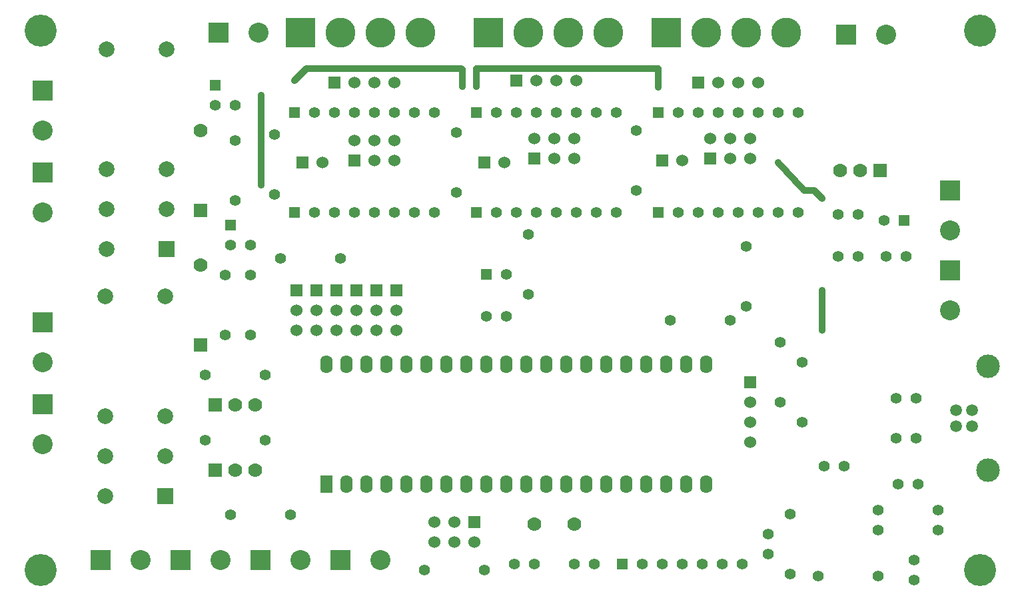
<source format=gtl>
G04 (created by PCBNEW-RS274X (2012-apr-16-27)-stable) date Thu 17 Oct 2013 18:02:28 BST*
G01*
G70*
G90*
%MOIN*%
G04 Gerber Fmt 3.4, Leading zero omitted, Abs format*
%FSLAX34Y34*%
G04 APERTURE LIST*
%ADD10C,0.006000*%
%ADD11C,0.059100*%
%ADD12C,0.118100*%
%ADD13R,0.055000X0.055000*%
%ADD14C,0.055000*%
%ADD15R,0.060000X0.060000*%
%ADD16C,0.060000*%
%ADD17C,0.150000*%
%ADD18R,0.150000X0.150000*%
%ADD19R,0.100000X0.100000*%
%ADD20C,0.100000*%
%ADD21R,0.062000X0.090000*%
%ADD22O,0.062000X0.090000*%
%ADD23C,0.070000*%
%ADD24R,0.070000X0.070000*%
%ADD25C,0.160000*%
%ADD26R,0.078700X0.078700*%
%ADD27C,0.078700*%
%ADD28C,0.035000*%
%ADD29C,0.032000*%
G04 APERTURE END LIST*
G54D10*
G54D11*
X68100Y-30500D03*
X67300Y-30500D03*
X67300Y-31300D03*
X68100Y-31300D03*
G54D12*
X68900Y-28300D03*
X68900Y-33500D03*
G54D13*
X52400Y-20600D03*
G54D14*
X53400Y-20600D03*
X54400Y-20600D03*
X55400Y-20600D03*
X56400Y-20600D03*
X57400Y-20600D03*
X58400Y-20600D03*
X59400Y-20600D03*
G54D13*
X34200Y-15600D03*
G54D14*
X35200Y-15600D03*
X36200Y-15600D03*
X37200Y-15600D03*
X38200Y-15600D03*
X39200Y-15600D03*
X40200Y-15600D03*
X41200Y-15600D03*
G54D13*
X43300Y-15600D03*
G54D14*
X44300Y-15600D03*
X45300Y-15600D03*
X46300Y-15600D03*
X47300Y-15600D03*
X48300Y-15600D03*
X49300Y-15600D03*
X50300Y-15600D03*
G54D13*
X52400Y-15600D03*
G54D14*
X53400Y-15600D03*
X54400Y-15600D03*
X55400Y-15600D03*
X56400Y-15600D03*
X57400Y-15600D03*
X58400Y-15600D03*
X59400Y-15600D03*
G54D13*
X34200Y-20600D03*
G54D14*
X35200Y-20600D03*
X36200Y-20600D03*
X37200Y-20600D03*
X38200Y-20600D03*
X39200Y-20600D03*
X40200Y-20600D03*
X41200Y-20600D03*
G54D13*
X43300Y-20600D03*
G54D14*
X44300Y-20600D03*
X45300Y-20600D03*
X46300Y-20600D03*
X47300Y-20600D03*
X48300Y-20600D03*
X49300Y-20600D03*
X50300Y-20600D03*
X32750Y-28750D03*
X29750Y-28750D03*
X43700Y-38500D03*
X40700Y-38500D03*
X31000Y-35750D03*
X34000Y-35750D03*
X32750Y-32000D03*
X29750Y-32000D03*
X30750Y-26750D03*
X30750Y-23750D03*
X33200Y-19700D03*
X33200Y-16700D03*
X42300Y-19600D03*
X42300Y-16600D03*
X51300Y-19500D03*
X51300Y-16500D03*
X36500Y-22900D03*
X33500Y-22900D03*
X45900Y-21700D03*
X45900Y-24700D03*
X56800Y-22300D03*
X56800Y-25300D03*
X63400Y-35500D03*
X66400Y-35500D03*
X63400Y-36500D03*
X66400Y-36500D03*
X60400Y-38800D03*
X63400Y-38800D03*
X59000Y-38700D03*
X59000Y-35700D03*
G54D15*
X36200Y-14100D03*
G54D16*
X37200Y-14100D03*
X38200Y-14100D03*
X39200Y-14100D03*
G54D15*
X45300Y-14000D03*
G54D16*
X46300Y-14000D03*
X47300Y-14000D03*
X48300Y-14000D03*
G54D15*
X54400Y-14100D03*
G54D16*
X55400Y-14100D03*
X56400Y-14100D03*
X57400Y-14100D03*
G54D15*
X43200Y-36100D03*
G54D16*
X43200Y-37100D03*
X42200Y-36100D03*
X42200Y-37100D03*
X41200Y-36100D03*
X41200Y-37100D03*
G54D15*
X55000Y-17900D03*
G54D16*
X55000Y-16900D03*
X56000Y-17900D03*
X56000Y-16900D03*
X57000Y-17900D03*
X57000Y-16900D03*
G54D15*
X46200Y-17900D03*
G54D16*
X46200Y-16900D03*
X47200Y-17900D03*
X47200Y-16900D03*
X48200Y-17900D03*
X48200Y-16900D03*
G54D15*
X37200Y-18000D03*
G54D16*
X37200Y-17000D03*
X38200Y-18000D03*
X38200Y-17000D03*
X39200Y-18000D03*
X39200Y-17000D03*
G54D15*
X38300Y-24500D03*
G54D16*
X38300Y-25500D03*
X38300Y-26500D03*
G54D15*
X34300Y-24500D03*
G54D16*
X34300Y-25500D03*
X34300Y-26500D03*
G54D15*
X35300Y-24500D03*
G54D16*
X35300Y-25500D03*
X35300Y-26500D03*
G54D15*
X36300Y-24500D03*
G54D16*
X36300Y-25500D03*
X36300Y-26500D03*
G54D15*
X37300Y-24500D03*
G54D16*
X37300Y-25500D03*
X37300Y-26500D03*
G54D15*
X39300Y-24500D03*
G54D16*
X39300Y-25500D03*
X39300Y-26500D03*
G54D15*
X34600Y-18100D03*
G54D16*
X35600Y-18100D03*
G54D15*
X52600Y-18000D03*
G54D16*
X53600Y-18000D03*
G54D15*
X43700Y-18100D03*
G54D16*
X44700Y-18100D03*
G54D13*
X64700Y-21000D03*
G54D14*
X63700Y-21000D03*
G54D13*
X43800Y-23700D03*
G54D14*
X44800Y-23700D03*
X64800Y-22800D03*
X63800Y-22800D03*
X46200Y-38200D03*
X45200Y-38200D03*
X61400Y-22800D03*
X62400Y-22800D03*
X48200Y-38200D03*
X49200Y-38200D03*
X43800Y-25800D03*
X44800Y-25800D03*
X64300Y-31900D03*
X65300Y-31900D03*
X64300Y-29900D03*
X65300Y-29900D03*
X60700Y-33300D03*
X61700Y-33300D03*
X64400Y-34200D03*
X65400Y-34200D03*
X65200Y-38000D03*
X65200Y-39000D03*
X57900Y-36700D03*
X57900Y-37700D03*
X61400Y-20700D03*
X62400Y-20700D03*
G54D17*
X54800Y-11600D03*
X56800Y-11600D03*
G54D18*
X52800Y-11600D03*
G54D17*
X58800Y-11600D03*
X36500Y-11600D03*
X38500Y-11600D03*
G54D18*
X34500Y-11600D03*
G54D17*
X40500Y-11600D03*
X45900Y-11600D03*
X47900Y-11600D03*
G54D18*
X43900Y-11600D03*
G54D17*
X49900Y-11600D03*
G54D19*
X36500Y-38000D03*
G54D20*
X38500Y-38000D03*
G54D19*
X32500Y-38000D03*
G54D20*
X34500Y-38000D03*
G54D19*
X28500Y-38000D03*
G54D20*
X30500Y-38000D03*
G54D19*
X30400Y-11600D03*
G54D20*
X32400Y-11600D03*
G54D19*
X24500Y-38000D03*
G54D20*
X26500Y-38000D03*
G54D21*
X35800Y-34200D03*
G54D22*
X36800Y-34200D03*
X37800Y-34200D03*
X38800Y-34200D03*
X39800Y-34200D03*
X40800Y-34200D03*
X41800Y-34200D03*
X42800Y-34200D03*
X43800Y-34200D03*
X44800Y-34200D03*
X45800Y-34200D03*
X46800Y-34200D03*
X47800Y-34200D03*
X48800Y-34200D03*
X49800Y-34200D03*
X50800Y-34200D03*
X51800Y-34200D03*
X52800Y-34200D03*
X53800Y-34200D03*
X54800Y-34200D03*
X54800Y-28200D03*
X53800Y-28200D03*
X52800Y-28200D03*
X51800Y-28200D03*
X50800Y-28200D03*
X49800Y-28200D03*
X48800Y-28200D03*
X47800Y-28200D03*
X46800Y-28200D03*
X45800Y-28200D03*
X44800Y-28200D03*
X43800Y-28200D03*
X42800Y-28200D03*
X41800Y-28200D03*
X40800Y-28200D03*
X39800Y-28200D03*
X38800Y-28200D03*
X37800Y-28200D03*
X36800Y-28200D03*
X35800Y-28200D03*
G54D13*
X50600Y-38200D03*
G54D14*
X51600Y-38200D03*
X52600Y-38200D03*
X53600Y-38200D03*
X54600Y-38200D03*
X55600Y-38200D03*
X56600Y-38200D03*
X53000Y-26000D03*
X56000Y-26000D03*
X58500Y-30100D03*
X58500Y-27100D03*
X59600Y-31100D03*
X59600Y-28100D03*
G54D15*
X57000Y-29100D03*
G54D16*
X57000Y-30100D03*
X57000Y-31100D03*
X57000Y-32100D03*
G54D19*
X61800Y-11700D03*
G54D20*
X63800Y-11700D03*
G54D23*
X46200Y-36200D03*
X48200Y-36200D03*
G54D13*
X30250Y-14250D03*
G54D14*
X30250Y-15250D03*
X31250Y-15250D03*
G54D13*
X31000Y-21250D03*
G54D14*
X31000Y-22250D03*
X32000Y-22250D03*
X31250Y-17000D03*
X31250Y-20000D03*
X32000Y-23750D03*
X32000Y-26750D03*
G54D23*
X29500Y-16500D03*
G54D24*
X29500Y-20500D03*
G54D23*
X29500Y-23250D03*
G54D24*
X29500Y-27250D03*
G54D19*
X67000Y-19500D03*
G54D20*
X67000Y-21500D03*
G54D19*
X67000Y-23500D03*
G54D20*
X67000Y-25500D03*
G54D19*
X21600Y-14500D03*
G54D20*
X21600Y-16500D03*
G54D19*
X21600Y-26100D03*
G54D20*
X21600Y-28100D03*
G54D19*
X21600Y-18600D03*
G54D20*
X21600Y-20600D03*
G54D19*
X21600Y-30200D03*
G54D20*
X21600Y-32200D03*
G54D23*
X32250Y-30250D03*
X31250Y-30250D03*
G54D24*
X30250Y-30250D03*
G54D23*
X32250Y-33500D03*
X31250Y-33500D03*
G54D24*
X30250Y-33500D03*
G54D23*
X61500Y-18500D03*
X62500Y-18500D03*
G54D24*
X63500Y-18500D03*
G54D25*
X68500Y-38500D03*
X68500Y-11500D03*
X21500Y-11500D03*
X21500Y-38500D03*
G54D26*
X27800Y-22450D03*
G54D27*
X27800Y-20450D03*
X27800Y-18450D03*
X27800Y-12450D03*
X24800Y-12450D03*
X24800Y-18450D03*
X24800Y-20450D03*
X24800Y-22450D03*
G54D26*
X27750Y-34800D03*
G54D27*
X27750Y-32800D03*
X27750Y-30800D03*
X27750Y-24800D03*
X24750Y-24800D03*
X24750Y-30800D03*
X24750Y-32800D03*
X24750Y-34800D03*
G54D28*
X32550Y-19250D03*
X32550Y-14750D03*
X60600Y-19900D03*
X60600Y-24500D03*
X58400Y-18100D03*
X60600Y-26500D03*
X43300Y-14300D03*
X34200Y-14000D03*
X42600Y-14300D03*
X52400Y-14350D03*
G54D29*
X32550Y-14750D02*
X32550Y-19250D01*
X59700Y-19500D02*
X60200Y-19500D01*
X60200Y-19500D02*
X60600Y-19900D01*
X58400Y-18100D02*
X59700Y-19500D01*
X60600Y-26500D02*
X60600Y-24500D01*
X52400Y-13400D02*
X43300Y-13400D01*
X43300Y-13400D02*
X43300Y-13775D01*
X34800Y-13400D02*
X42550Y-13400D01*
X34800Y-13400D02*
X34200Y-14000D01*
X42600Y-13450D02*
X42600Y-14300D01*
X42550Y-13400D02*
X42600Y-13450D01*
X43300Y-13775D02*
X43300Y-14300D01*
X52400Y-14350D02*
X52400Y-13400D01*
M02*

</source>
